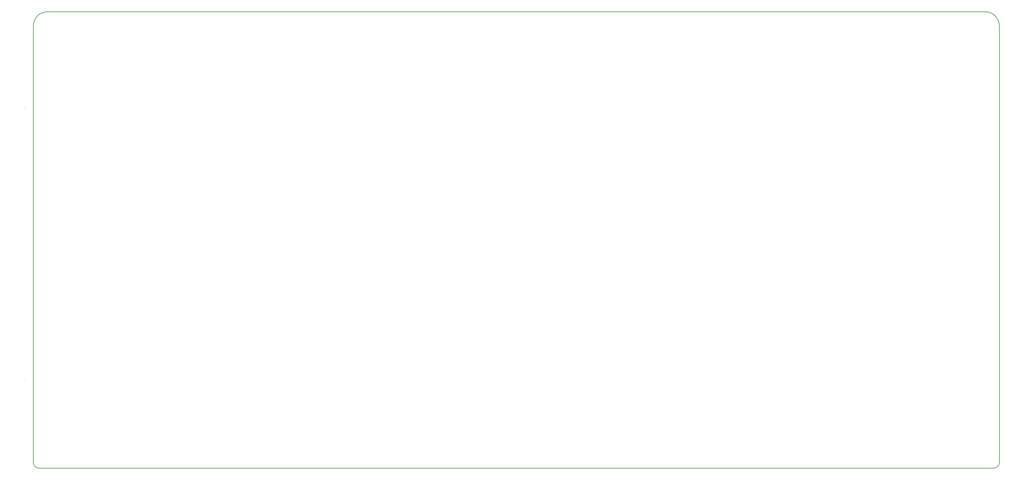
<source format=gm1>
%TF.GenerationSoftware,KiCad,Pcbnew,6.0.0~20210702.eff75b6+dfsg1-1*%
%TF.CreationDate,2021-07-18T18:47:19+02:00*%
%TF.ProjectId,keyboard,6b657962-6f61-4726-942e-6b696361645f,rev?*%
%TF.SameCoordinates,Original*%
%TF.FileFunction,Profile,NP*%
%FSLAX46Y46*%
G04 Gerber Fmt 4.6, Leading zero omitted, Abs format (unit mm)*
G04 Created by KiCad (PCBNEW 6.0.0~20210702.eff75b6+dfsg1-1) date 2021-07-18 18:47:19*
%MOMM*%
%LPD*%
G01*
G04 APERTURE LIST*
%TA.AperFunction,Profile*%
%ADD10C,0.200000*%
%TD*%
G04 APERTURE END LIST*
D10*
X177006250Y-247650000D02*
X177006250Y-125412500D01*
X445293750Y-249237500D02*
X178593750Y-249237500D01*
X178593750Y-249237500D02*
G75*
G02*
X177006250Y-247650000I0J1587500D01*
G01*
X177006250Y-125412500D02*
G75*
G02*
X180975000Y-121443750I3968750J0D01*
G01*
X174625000Y-224693750D02*
X174625000Y-224693750D01*
X180975000Y-121443750D02*
X442912500Y-121443750D01*
X174593750Y-148400000D02*
G75*
G02*
X174593750Y-148400000I0J0D01*
G01*
X442912500Y-121443750D02*
G75*
G02*
X446881250Y-125412500I0J-3968750D01*
G01*
X446881250Y-125412500D02*
X446881250Y-247650000D01*
X446881250Y-247650000D02*
G75*
G02*
X445293750Y-249237500I-1587500J0D01*
G01*
M02*

</source>
